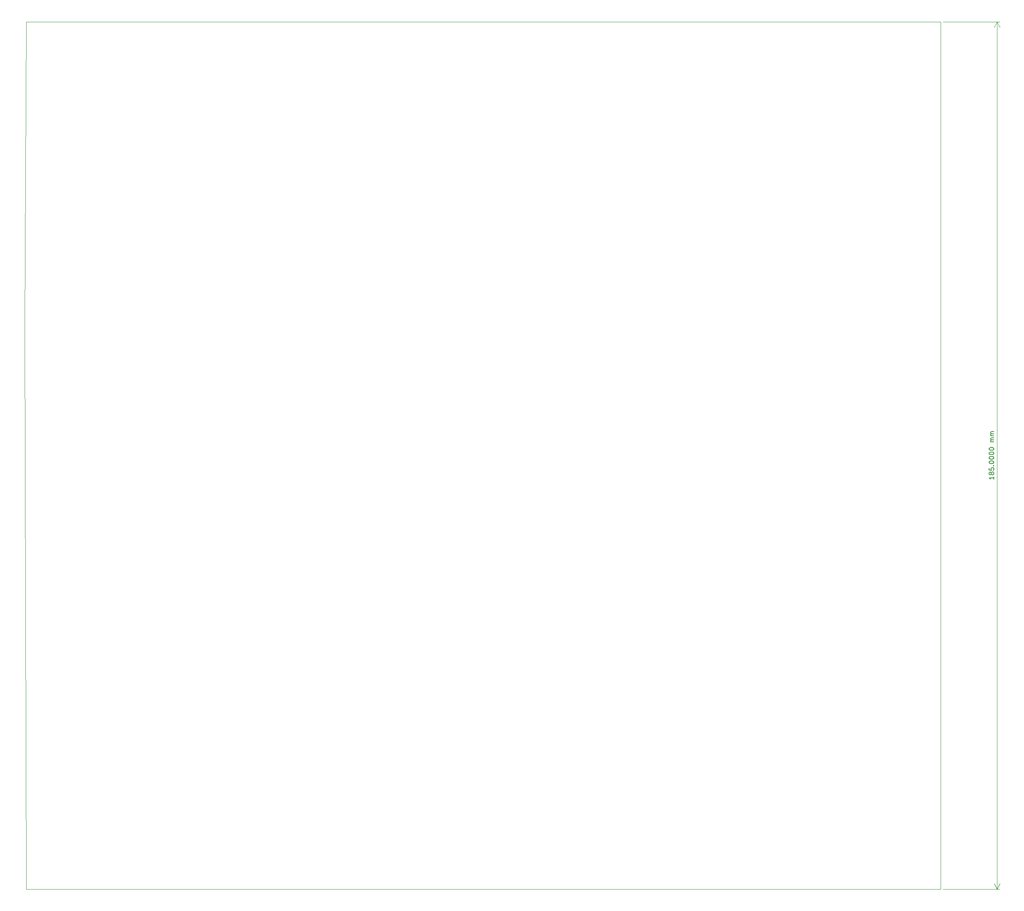
<source format=gbr>
G04 #@! TF.GenerationSoftware,KiCad,Pcbnew,7.0.6-7.0.6~ubuntu22.04.1*
G04 #@! TF.CreationDate,2023-07-09T14:58:30+09:00*
G04 #@! TF.ProjectId,QuinoaChipPlant,5175696e-6f61-4436-9869-70506c616e74,rev?*
G04 #@! TF.SameCoordinates,Original*
G04 #@! TF.FileFunction,Profile,NP*
%FSLAX46Y46*%
G04 Gerber Fmt 4.6, Leading zero omitted, Abs format (unit mm)*
G04 Created by KiCad (PCBNEW 7.0.6-7.0.6~ubuntu22.04.1) date 2023-07-09 14:58:30*
%MOMM*%
%LPD*%
G01*
G04 APERTURE LIST*
G04 #@! TA.AperFunction,Profile*
%ADD10C,0.050000*%
G04 #@! TD*
G04 #@! TA.AperFunction,Profile*
%ADD11C,0.120000*%
G04 #@! TD*
%ADD12C,0.150000*%
G04 APERTURE END LIST*
D10*
X294950000Y-50500000D02*
X294950000Y-235500000D01*
X99630000Y-115820000D02*
X99950000Y-50500000D01*
X99950000Y-235500000D02*
X99630000Y-115820000D01*
X99950000Y-50500000D02*
X294950000Y-50500000D01*
D11*
X99950000Y-235500000D02*
X294950000Y-235500000D01*
D12*
X306310969Y-147523809D02*
X306310969Y-148095237D01*
X306310969Y-147809523D02*
X305310969Y-147809523D01*
X305310969Y-147809523D02*
X305453826Y-147904761D01*
X305453826Y-147904761D02*
X305549064Y-147999999D01*
X305549064Y-147999999D02*
X305596683Y-148095237D01*
X305739540Y-146952380D02*
X305691921Y-147047618D01*
X305691921Y-147047618D02*
X305644302Y-147095237D01*
X305644302Y-147095237D02*
X305549064Y-147142856D01*
X305549064Y-147142856D02*
X305501445Y-147142856D01*
X305501445Y-147142856D02*
X305406207Y-147095237D01*
X305406207Y-147095237D02*
X305358588Y-147047618D01*
X305358588Y-147047618D02*
X305310969Y-146952380D01*
X305310969Y-146952380D02*
X305310969Y-146761904D01*
X305310969Y-146761904D02*
X305358588Y-146666666D01*
X305358588Y-146666666D02*
X305406207Y-146619047D01*
X305406207Y-146619047D02*
X305501445Y-146571428D01*
X305501445Y-146571428D02*
X305549064Y-146571428D01*
X305549064Y-146571428D02*
X305644302Y-146619047D01*
X305644302Y-146619047D02*
X305691921Y-146666666D01*
X305691921Y-146666666D02*
X305739540Y-146761904D01*
X305739540Y-146761904D02*
X305739540Y-146952380D01*
X305739540Y-146952380D02*
X305787159Y-147047618D01*
X305787159Y-147047618D02*
X305834778Y-147095237D01*
X305834778Y-147095237D02*
X305930016Y-147142856D01*
X305930016Y-147142856D02*
X306120492Y-147142856D01*
X306120492Y-147142856D02*
X306215730Y-147095237D01*
X306215730Y-147095237D02*
X306263350Y-147047618D01*
X306263350Y-147047618D02*
X306310969Y-146952380D01*
X306310969Y-146952380D02*
X306310969Y-146761904D01*
X306310969Y-146761904D02*
X306263350Y-146666666D01*
X306263350Y-146666666D02*
X306215730Y-146619047D01*
X306215730Y-146619047D02*
X306120492Y-146571428D01*
X306120492Y-146571428D02*
X305930016Y-146571428D01*
X305930016Y-146571428D02*
X305834778Y-146619047D01*
X305834778Y-146619047D02*
X305787159Y-146666666D01*
X305787159Y-146666666D02*
X305739540Y-146761904D01*
X305310969Y-145666666D02*
X305310969Y-146142856D01*
X305310969Y-146142856D02*
X305787159Y-146190475D01*
X305787159Y-146190475D02*
X305739540Y-146142856D01*
X305739540Y-146142856D02*
X305691921Y-146047618D01*
X305691921Y-146047618D02*
X305691921Y-145809523D01*
X305691921Y-145809523D02*
X305739540Y-145714285D01*
X305739540Y-145714285D02*
X305787159Y-145666666D01*
X305787159Y-145666666D02*
X305882397Y-145619047D01*
X305882397Y-145619047D02*
X306120492Y-145619047D01*
X306120492Y-145619047D02*
X306215730Y-145666666D01*
X306215730Y-145666666D02*
X306263350Y-145714285D01*
X306263350Y-145714285D02*
X306310969Y-145809523D01*
X306310969Y-145809523D02*
X306310969Y-146047618D01*
X306310969Y-146047618D02*
X306263350Y-146142856D01*
X306263350Y-146142856D02*
X306215730Y-146190475D01*
X306215730Y-145190475D02*
X306263350Y-145142856D01*
X306263350Y-145142856D02*
X306310969Y-145190475D01*
X306310969Y-145190475D02*
X306263350Y-145238094D01*
X306263350Y-145238094D02*
X306215730Y-145190475D01*
X306215730Y-145190475D02*
X306310969Y-145190475D01*
X305310969Y-144523809D02*
X305310969Y-144428571D01*
X305310969Y-144428571D02*
X305358588Y-144333333D01*
X305358588Y-144333333D02*
X305406207Y-144285714D01*
X305406207Y-144285714D02*
X305501445Y-144238095D01*
X305501445Y-144238095D02*
X305691921Y-144190476D01*
X305691921Y-144190476D02*
X305930016Y-144190476D01*
X305930016Y-144190476D02*
X306120492Y-144238095D01*
X306120492Y-144238095D02*
X306215730Y-144285714D01*
X306215730Y-144285714D02*
X306263350Y-144333333D01*
X306263350Y-144333333D02*
X306310969Y-144428571D01*
X306310969Y-144428571D02*
X306310969Y-144523809D01*
X306310969Y-144523809D02*
X306263350Y-144619047D01*
X306263350Y-144619047D02*
X306215730Y-144666666D01*
X306215730Y-144666666D02*
X306120492Y-144714285D01*
X306120492Y-144714285D02*
X305930016Y-144761904D01*
X305930016Y-144761904D02*
X305691921Y-144761904D01*
X305691921Y-144761904D02*
X305501445Y-144714285D01*
X305501445Y-144714285D02*
X305406207Y-144666666D01*
X305406207Y-144666666D02*
X305358588Y-144619047D01*
X305358588Y-144619047D02*
X305310969Y-144523809D01*
X305310969Y-143571428D02*
X305310969Y-143476190D01*
X305310969Y-143476190D02*
X305358588Y-143380952D01*
X305358588Y-143380952D02*
X305406207Y-143333333D01*
X305406207Y-143333333D02*
X305501445Y-143285714D01*
X305501445Y-143285714D02*
X305691921Y-143238095D01*
X305691921Y-143238095D02*
X305930016Y-143238095D01*
X305930016Y-143238095D02*
X306120492Y-143285714D01*
X306120492Y-143285714D02*
X306215730Y-143333333D01*
X306215730Y-143333333D02*
X306263350Y-143380952D01*
X306263350Y-143380952D02*
X306310969Y-143476190D01*
X306310969Y-143476190D02*
X306310969Y-143571428D01*
X306310969Y-143571428D02*
X306263350Y-143666666D01*
X306263350Y-143666666D02*
X306215730Y-143714285D01*
X306215730Y-143714285D02*
X306120492Y-143761904D01*
X306120492Y-143761904D02*
X305930016Y-143809523D01*
X305930016Y-143809523D02*
X305691921Y-143809523D01*
X305691921Y-143809523D02*
X305501445Y-143761904D01*
X305501445Y-143761904D02*
X305406207Y-143714285D01*
X305406207Y-143714285D02*
X305358588Y-143666666D01*
X305358588Y-143666666D02*
X305310969Y-143571428D01*
X305310969Y-142619047D02*
X305310969Y-142523809D01*
X305310969Y-142523809D02*
X305358588Y-142428571D01*
X305358588Y-142428571D02*
X305406207Y-142380952D01*
X305406207Y-142380952D02*
X305501445Y-142333333D01*
X305501445Y-142333333D02*
X305691921Y-142285714D01*
X305691921Y-142285714D02*
X305930016Y-142285714D01*
X305930016Y-142285714D02*
X306120492Y-142333333D01*
X306120492Y-142333333D02*
X306215730Y-142380952D01*
X306215730Y-142380952D02*
X306263350Y-142428571D01*
X306263350Y-142428571D02*
X306310969Y-142523809D01*
X306310969Y-142523809D02*
X306310969Y-142619047D01*
X306310969Y-142619047D02*
X306263350Y-142714285D01*
X306263350Y-142714285D02*
X306215730Y-142761904D01*
X306215730Y-142761904D02*
X306120492Y-142809523D01*
X306120492Y-142809523D02*
X305930016Y-142857142D01*
X305930016Y-142857142D02*
X305691921Y-142857142D01*
X305691921Y-142857142D02*
X305501445Y-142809523D01*
X305501445Y-142809523D02*
X305406207Y-142761904D01*
X305406207Y-142761904D02*
X305358588Y-142714285D01*
X305358588Y-142714285D02*
X305310969Y-142619047D01*
X305310969Y-141666666D02*
X305310969Y-141571428D01*
X305310969Y-141571428D02*
X305358588Y-141476190D01*
X305358588Y-141476190D02*
X305406207Y-141428571D01*
X305406207Y-141428571D02*
X305501445Y-141380952D01*
X305501445Y-141380952D02*
X305691921Y-141333333D01*
X305691921Y-141333333D02*
X305930016Y-141333333D01*
X305930016Y-141333333D02*
X306120492Y-141380952D01*
X306120492Y-141380952D02*
X306215730Y-141428571D01*
X306215730Y-141428571D02*
X306263350Y-141476190D01*
X306263350Y-141476190D02*
X306310969Y-141571428D01*
X306310969Y-141571428D02*
X306310969Y-141666666D01*
X306310969Y-141666666D02*
X306263350Y-141761904D01*
X306263350Y-141761904D02*
X306215730Y-141809523D01*
X306215730Y-141809523D02*
X306120492Y-141857142D01*
X306120492Y-141857142D02*
X305930016Y-141904761D01*
X305930016Y-141904761D02*
X305691921Y-141904761D01*
X305691921Y-141904761D02*
X305501445Y-141857142D01*
X305501445Y-141857142D02*
X305406207Y-141809523D01*
X305406207Y-141809523D02*
X305358588Y-141761904D01*
X305358588Y-141761904D02*
X305310969Y-141666666D01*
X306310969Y-140142856D02*
X305644302Y-140142856D01*
X305739540Y-140142856D02*
X305691921Y-140095237D01*
X305691921Y-140095237D02*
X305644302Y-139999999D01*
X305644302Y-139999999D02*
X305644302Y-139857142D01*
X305644302Y-139857142D02*
X305691921Y-139761904D01*
X305691921Y-139761904D02*
X305787159Y-139714285D01*
X305787159Y-139714285D02*
X306310969Y-139714285D01*
X305787159Y-139714285D02*
X305691921Y-139666666D01*
X305691921Y-139666666D02*
X305644302Y-139571428D01*
X305644302Y-139571428D02*
X305644302Y-139428571D01*
X305644302Y-139428571D02*
X305691921Y-139333332D01*
X305691921Y-139333332D02*
X305787159Y-139285713D01*
X305787159Y-139285713D02*
X306310969Y-139285713D01*
X306310969Y-138809523D02*
X305644302Y-138809523D01*
X305739540Y-138809523D02*
X305691921Y-138761904D01*
X305691921Y-138761904D02*
X305644302Y-138666666D01*
X305644302Y-138666666D02*
X305644302Y-138523809D01*
X305644302Y-138523809D02*
X305691921Y-138428571D01*
X305691921Y-138428571D02*
X305787159Y-138380952D01*
X305787159Y-138380952D02*
X306310969Y-138380952D01*
X305787159Y-138380952D02*
X305691921Y-138333333D01*
X305691921Y-138333333D02*
X305644302Y-138238095D01*
X305644302Y-138238095D02*
X305644302Y-138095238D01*
X305644302Y-138095238D02*
X305691921Y-137999999D01*
X305691921Y-137999999D02*
X305787159Y-137952380D01*
X305787159Y-137952380D02*
X306310969Y-137952380D01*
D10*
X295450000Y-50500000D02*
X307592570Y-50500000D01*
X295450000Y-235500000D02*
X307592570Y-235500000D01*
X307006150Y-50500000D02*
X307006150Y-235500000D01*
X307006150Y-50500000D02*
X307006150Y-235500000D01*
X307006150Y-50500000D02*
X307592571Y-51626504D01*
X307006150Y-50500000D02*
X306419729Y-51626504D01*
X307006150Y-235500000D02*
X306419729Y-234373496D01*
X307006150Y-235500000D02*
X307592571Y-234373496D01*
M02*

</source>
